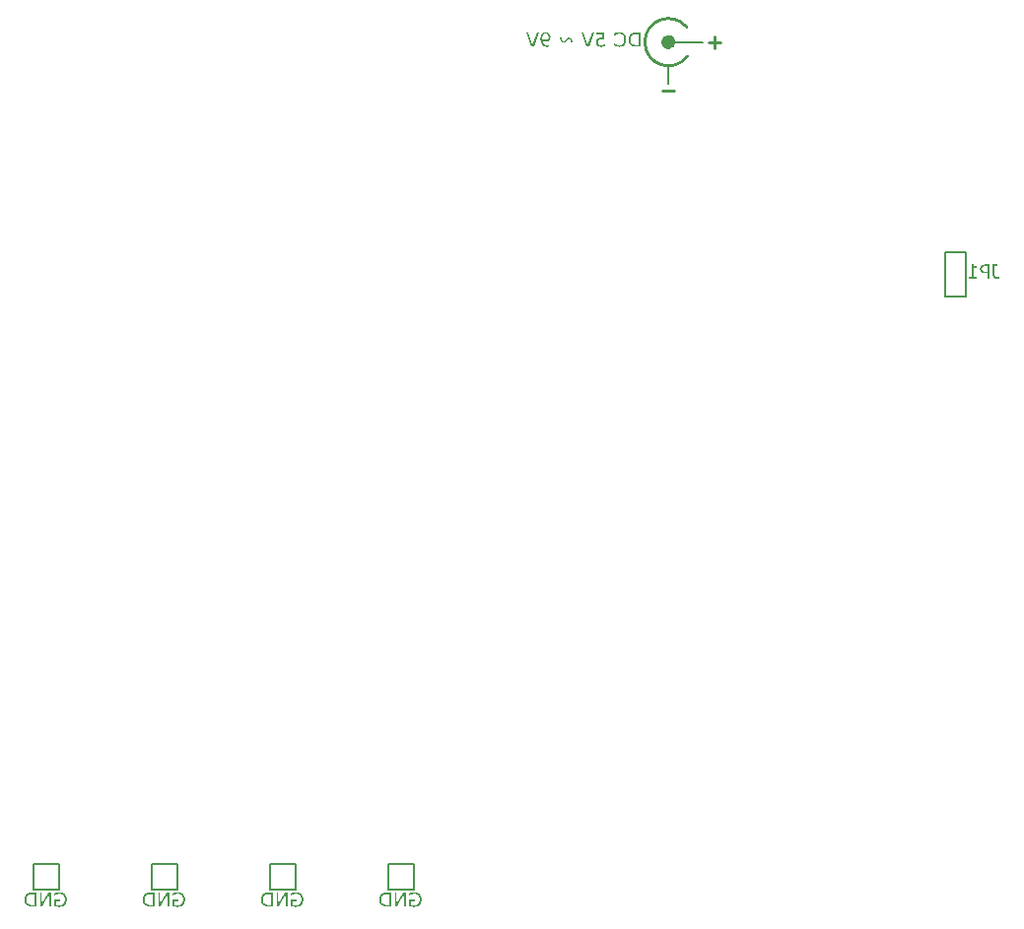
<source format=gbo>
%FSLAX25Y25*%
%MOIN*%
G70*
G01*
G75*
G04 Layer_Color=32896*
G04:AMPARAMS|DCode=10|XSize=78.74mil|YSize=177.16mil|CornerRadius=0mil|HoleSize=0mil|Usage=FLASHONLY|Rotation=45.000|XOffset=0mil|YOffset=0mil|HoleType=Round|Shape=Rectangle|*
%AMROTATEDRECTD10*
4,1,4,0.03480,-0.09048,-0.09048,0.03480,-0.03480,0.09048,0.09048,-0.03480,0.03480,-0.09048,0.0*
%
%ADD10ROTATEDRECTD10*%

%ADD11R,0.05500X0.04000*%
%ADD12O,0.06000X0.11024*%
%ADD13R,0.06000X0.11024*%
G04:AMPARAMS|DCode=14|XSize=74.8mil|YSize=129.92mil|CornerRadius=0mil|HoleSize=0mil|Usage=FLASHONLY|Rotation=0.000|XOffset=0mil|YOffset=0mil|HoleType=Round|Shape=Octagon|*
%AMOCTAGOND14*
4,1,8,-0.01870,0.06496,0.01870,0.06496,0.03740,0.04626,0.03740,-0.04626,0.01870,-0.06496,-0.01870,-0.06496,-0.03740,-0.04626,-0.03740,0.04626,-0.01870,0.06496,0.0*
%
%ADD14OCTAGOND14*%

%ADD15R,0.02756X0.07087*%
%ADD16R,0.02756X0.05315*%
%ADD17R,0.04000X0.05500*%
%ADD18R,0.06000X0.06000*%
%ADD19R,0.07500X0.10000*%
%ADD20R,0.03500X0.03000*%
%ADD21R,0.06000X0.10000*%
%ADD22R,0.10000X0.06000*%
%ADD23R,0.04725X0.13779*%
%ADD24R,0.04725X0.13779*%
%ADD25R,0.06299X0.01181*%
%ADD26R,0.01181X0.06299*%
%ADD27C,0.02500*%
%ADD28C,0.05000*%
%ADD29C,0.01200*%
%ADD30C,0.01000*%
%ADD31C,0.02000*%
%ADD32C,0.03000*%
%ADD33C,0.01500*%
%ADD34C,0.06000*%
%ADD35R,0.05906X0.05906*%
%ADD36C,0.05906*%
%ADD37C,0.06500*%
%ADD38O,0.07874X0.15748*%
%ADD39O,0.15748X0.07874*%
%ADD40O,0.16535X0.07874*%
%ADD41R,0.10236X0.10236*%
%ADD42C,0.10236*%
%ADD43R,0.09449X0.09449*%
%ADD44C,0.09449*%
%ADD45R,0.05906X0.05906*%
%ADD46C,0.08000*%
%ADD47C,0.02000*%
%ADD48R,0.05000X0.06000*%
%ADD49C,0.00800*%
%ADD50C,0.01600*%
%ADD51C,0.00100*%
%ADD52C,0.01969*%
%ADD53C,0.04000*%
%ADD54C,0.00787*%
%ADD55C,0.00600*%
%ADD56R,0.05000X0.00400*%
%ADD57R,0.00400X0.05000*%
G04:AMPARAMS|DCode=58|XSize=86.74mil|YSize=185.17mil|CornerRadius=0mil|HoleSize=0mil|Usage=FLASHONLY|Rotation=45.000|XOffset=0mil|YOffset=0mil|HoleType=Round|Shape=Rectangle|*
%AMROTATEDRECTD58*
4,1,4,0.03480,-0.09613,-0.09613,0.03480,-0.03480,0.09613,0.09613,-0.03480,0.03480,-0.09613,0.0*
%
%ADD58ROTATEDRECTD58*%

%ADD59R,0.06300X0.04800*%
%ADD60O,0.06800X0.11824*%
%ADD61R,0.06800X0.11824*%
G04:AMPARAMS|DCode=62|XSize=82.8mil|YSize=137.92mil|CornerRadius=0mil|HoleSize=0mil|Usage=FLASHONLY|Rotation=0.000|XOffset=0mil|YOffset=0mil|HoleType=Round|Shape=Octagon|*
%AMOCTAGOND62*
4,1,8,-0.02070,0.06896,0.02070,0.06896,0.04140,0.04826,0.04140,-0.04826,0.02070,-0.06896,-0.02070,-0.06896,-0.04140,-0.04826,-0.04140,0.04826,-0.02070,0.06896,0.0*
%
%ADD62OCTAGOND62*%

%ADD63R,0.03556X0.07887*%
%ADD64R,0.03556X0.06115*%
%ADD65R,0.04800X0.06300*%
%ADD66R,0.06800X0.06800*%
%ADD67R,0.08300X0.10800*%
%ADD68R,0.04300X0.03800*%
%ADD69R,0.06800X0.10800*%
%ADD70R,0.10800X0.06800*%
%ADD71R,0.05525X0.14579*%
%ADD72R,0.05525X0.14579*%
%ADD73R,0.07099X0.01981*%
%ADD74R,0.01981X0.07099*%
%ADD75C,0.06800*%
%ADD76R,0.06706X0.06706*%
%ADD77C,0.06706*%
%ADD78C,0.07300*%
%ADD79O,0.08674X0.16548*%
%ADD80O,0.16548X0.08674*%
%ADD81O,0.17335X0.08674*%
%ADD82R,0.11036X0.11036*%
%ADD83C,0.11036*%
%ADD84R,0.10249X0.10249*%
%ADD85C,0.10249*%
%ADD86R,0.06706X0.06706*%
%ADD87C,0.08800*%
%ADD88R,0.05800X0.06800*%
G36*
X139706Y-301131D02*
X139906Y-301153D01*
X140098Y-301183D01*
X140276Y-301227D01*
X140439Y-301279D01*
X140587Y-301331D01*
X140727Y-301397D01*
X140853Y-301456D01*
X140964Y-301516D01*
X141060Y-301575D01*
X141142Y-301634D01*
X141208Y-301686D01*
X141267Y-301730D01*
X141304Y-301760D01*
X141327Y-301782D01*
X141334Y-301789D01*
X141452Y-301923D01*
X141556Y-302056D01*
X141645Y-302204D01*
X141719Y-302352D01*
X141785Y-302507D01*
X141837Y-302655D01*
X141882Y-302803D01*
X141919Y-302944D01*
X141941Y-303077D01*
X141963Y-303203D01*
X141978Y-303314D01*
X141993Y-303410D01*
Y-303491D01*
X142000Y-303551D01*
Y-303588D01*
Y-303602D01*
X141993Y-303832D01*
X141970Y-304039D01*
X141941Y-304224D01*
X141911Y-304387D01*
X141896Y-304461D01*
X141882Y-304520D01*
X141867Y-304579D01*
X141852Y-304624D01*
X141837Y-304661D01*
X141830Y-304683D01*
X141822Y-304698D01*
Y-304705D01*
X141748Y-304875D01*
X141667Y-305023D01*
X141586Y-305156D01*
X141497Y-305267D01*
X141423Y-305356D01*
X141364Y-305423D01*
X141327Y-305467D01*
X141312Y-305475D01*
Y-305482D01*
X141186Y-305593D01*
X141053Y-305689D01*
X140920Y-305763D01*
X140794Y-305830D01*
X140683Y-305882D01*
X140594Y-305919D01*
X140564Y-305933D01*
X140542Y-305941D01*
X140527Y-305948D01*
X140520D01*
X140342Y-306000D01*
X140165Y-306037D01*
X139987Y-306059D01*
X139832Y-306074D01*
X139691Y-306089D01*
X139639D01*
X139588Y-306096D01*
X139491D01*
X139329Y-306089D01*
X139173Y-306074D01*
X139018Y-306052D01*
X138885Y-306030D01*
X138766Y-306007D01*
X138714Y-305993D01*
X138677Y-305985D01*
X138640Y-305978D01*
X138618Y-305970D01*
X138603Y-305963D01*
X138596D01*
X138426Y-305911D01*
X138263Y-305859D01*
X138122Y-305808D01*
X137989Y-305756D01*
X137886Y-305719D01*
X137804Y-305682D01*
X137775Y-305667D01*
X137752Y-305660D01*
X137745Y-305652D01*
X137738D01*
Y-303595D01*
X139647D01*
Y-304157D01*
X138367D01*
Y-305334D01*
X138552Y-305401D01*
X138640Y-305423D01*
X138729Y-305445D01*
X138803Y-305467D01*
X138862Y-305482D01*
X138899Y-305489D01*
X138914D01*
X139136Y-305526D01*
X139240Y-305534D01*
X139336Y-305541D01*
X139417Y-305549D01*
X139528D01*
X139684Y-305541D01*
X139824Y-305526D01*
X139958Y-305504D01*
X140091Y-305467D01*
X140209Y-305430D01*
X140313Y-305386D01*
X140416Y-305341D01*
X140505Y-305290D01*
X140587Y-305245D01*
X140653Y-305201D01*
X140712Y-305156D01*
X140764Y-305119D01*
X140801Y-305082D01*
X140831Y-305060D01*
X140846Y-305045D01*
X140853Y-305038D01*
X140942Y-304934D01*
X141016Y-304823D01*
X141082Y-304712D01*
X141134Y-304594D01*
X141186Y-304468D01*
X141223Y-304350D01*
X141282Y-304120D01*
X141297Y-304009D01*
X141312Y-303913D01*
X141327Y-303817D01*
X141334Y-303743D01*
X141341Y-303676D01*
Y-303632D01*
Y-303595D01*
Y-303588D01*
X141334Y-303425D01*
X141319Y-303277D01*
X141297Y-303129D01*
X141267Y-302996D01*
X141230Y-302870D01*
X141193Y-302759D01*
X141149Y-302655D01*
X141105Y-302559D01*
X141068Y-302470D01*
X141023Y-302396D01*
X140986Y-302337D01*
X140949Y-302285D01*
X140920Y-302241D01*
X140897Y-302211D01*
X140883Y-302196D01*
X140875Y-302189D01*
X140786Y-302100D01*
X140683Y-302019D01*
X140587Y-301952D01*
X140483Y-301886D01*
X140372Y-301841D01*
X140268Y-301797D01*
X140165Y-301760D01*
X140061Y-301738D01*
X139972Y-301715D01*
X139884Y-301701D01*
X139802Y-301686D01*
X139736Y-301678D01*
X139676Y-301671D01*
X139469D01*
X139351Y-301678D01*
X139247Y-301693D01*
X139151Y-301701D01*
X139077Y-301715D01*
X139018Y-301730D01*
X138981Y-301738D01*
X138966D01*
X138862Y-301760D01*
X138766Y-301789D01*
X138685Y-301819D01*
X138611Y-301841D01*
X138544Y-301863D01*
X138500Y-301886D01*
X138470Y-301893D01*
X138463Y-301900D01*
X138330Y-301974D01*
X138263Y-302004D01*
X138211Y-302041D01*
X138159Y-302071D01*
X138122Y-302093D01*
X138100Y-302108D01*
X138093Y-302115D01*
X138026Y-302159D01*
X137967Y-302196D01*
X137915Y-302226D01*
X137871Y-302256D01*
X137841Y-302278D01*
X137819Y-302293D01*
X137804Y-302307D01*
X137738D01*
Y-301560D01*
X137923Y-301479D01*
X138093Y-301405D01*
X138248Y-301353D01*
X138389Y-301301D01*
X138500Y-301271D01*
X138544Y-301257D01*
X138589Y-301242D01*
X138618Y-301234D01*
X138640D01*
X138655Y-301227D01*
X138663D01*
X138818Y-301190D01*
X138973Y-301168D01*
X139107Y-301146D01*
X139232Y-301138D01*
X139343Y-301131D01*
X139417Y-301123D01*
X139491D01*
X139706Y-301131D01*
D02*
G37*
G36*
X131707Y-306000D02*
X130500D01*
X130264Y-305993D01*
X130056Y-305985D01*
X129879Y-305970D01*
X129797Y-305963D01*
X129723Y-305956D01*
X129657Y-305948D01*
X129605Y-305941D01*
X129553Y-305933D01*
X129516Y-305926D01*
X129487Y-305919D01*
X129457Y-305911D01*
X129442D01*
X129294Y-305874D01*
X129154Y-305830D01*
X129028Y-305778D01*
X128924Y-305734D01*
X128835Y-305689D01*
X128769Y-305652D01*
X128724Y-305630D01*
X128710Y-305623D01*
X128539Y-305504D01*
X128391Y-305371D01*
X128266Y-305230D01*
X128155Y-305097D01*
X128066Y-304986D01*
X128036Y-304934D01*
X128007Y-304890D01*
X127984Y-304853D01*
X127970Y-304823D01*
X127955Y-304809D01*
Y-304801D01*
X127859Y-304594D01*
X127785Y-304394D01*
X127733Y-304194D01*
X127703Y-304009D01*
X127688Y-303928D01*
X127681Y-303854D01*
X127674Y-303787D01*
Y-303728D01*
X127666Y-303684D01*
Y-303647D01*
Y-303625D01*
Y-303617D01*
X127681Y-303366D01*
X127711Y-303136D01*
X127755Y-302929D01*
X127777Y-302840D01*
X127799Y-302759D01*
X127829Y-302677D01*
X127851Y-302611D01*
X127873Y-302559D01*
X127896Y-302507D01*
X127918Y-302470D01*
X127925Y-302441D01*
X127940Y-302426D01*
Y-302418D01*
X128051Y-302233D01*
X128177Y-302078D01*
X128303Y-301937D01*
X128421Y-301819D01*
X128532Y-301730D01*
X128621Y-301656D01*
X128658Y-301634D01*
X128680Y-301619D01*
X128695Y-301604D01*
X128702D01*
X128813Y-301538D01*
X128932Y-301486D01*
X129050Y-301434D01*
X129161Y-301397D01*
X129257Y-301368D01*
X129339Y-301345D01*
X129368Y-301331D01*
X129383D01*
X129398Y-301323D01*
X129405D01*
X129568Y-301286D01*
X129753Y-301264D01*
X129938Y-301242D01*
X130116Y-301234D01*
X130197Y-301227D01*
X130271D01*
X130338Y-301220D01*
X131707D01*
Y-306000D01*
D02*
G37*
G36*
X283857Y-12684D02*
X283709Y-12654D01*
X283635Y-12647D01*
X283568Y-12632D01*
X283501Y-12625D01*
X283457Y-12617D01*
X283427Y-12610D01*
X283413D01*
X283213Y-12580D01*
X283124Y-12573D01*
X283035D01*
X282969Y-12565D01*
X282754D01*
X282658Y-12573D01*
X282569Y-12580D01*
X282488Y-12588D01*
X282421Y-12602D01*
X282377Y-12610D01*
X282340Y-12617D01*
X282332D01*
X282243Y-12639D01*
X282162Y-12669D01*
X282095Y-12691D01*
X282036Y-12721D01*
X281992Y-12750D01*
X281955Y-12765D01*
X281933Y-12780D01*
X281925Y-12787D01*
X281822Y-12876D01*
X281748Y-12965D01*
X281725Y-13002D01*
X281703Y-13032D01*
X281688Y-13054D01*
Y-13061D01*
X281659Y-13128D01*
X281637Y-13202D01*
X281622Y-13268D01*
X281607Y-13335D01*
Y-13394D01*
X281600Y-13439D01*
Y-13468D01*
Y-13483D01*
Y-13572D01*
X281614Y-13661D01*
X281622Y-13735D01*
X281637Y-13801D01*
X281651Y-13853D01*
X281659Y-13890D01*
X281674Y-13920D01*
Y-13927D01*
X281740Y-14060D01*
X281777Y-14112D01*
X281807Y-14164D01*
X281836Y-14201D01*
X281866Y-14230D01*
X281881Y-14245D01*
X281888Y-14253D01*
X281955Y-14312D01*
X282021Y-14356D01*
X282088Y-14393D01*
X282147Y-14430D01*
X282199Y-14452D01*
X282236Y-14467D01*
X282266Y-14482D01*
X282273D01*
X282428Y-14519D01*
X282502Y-14526D01*
X282569Y-14534D01*
X282628Y-14541D01*
X282710D01*
X282835Y-14534D01*
X282961Y-14526D01*
X283080Y-14504D01*
X283183Y-14482D01*
X283272Y-14467D01*
X283346Y-14445D01*
X283390Y-14438D01*
X283398Y-14430D01*
X283405D01*
X283531Y-14386D01*
X283649Y-14334D01*
X283753Y-14290D01*
X283842Y-14238D01*
X283916Y-14201D01*
X283975Y-14171D01*
X284005Y-14149D01*
X284019Y-14142D01*
X284064D01*
Y-14822D01*
X283968Y-14859D01*
X283864Y-14896D01*
X283768Y-14933D01*
X283672Y-14963D01*
X283583Y-14985D01*
X283516Y-15000D01*
X283472Y-15007D01*
X283464Y-15015D01*
X283457D01*
X283324Y-15044D01*
X283183Y-15059D01*
X283057Y-15074D01*
X282946Y-15089D01*
X282843D01*
X282769Y-15096D01*
X282702D01*
X282547Y-15089D01*
X282406Y-15074D01*
X282280Y-15059D01*
X282177Y-15037D01*
X282088Y-15015D01*
X282021Y-14993D01*
X281977Y-14985D01*
X281962Y-14978D01*
X281844Y-14926D01*
X281740Y-14874D01*
X281644Y-14815D01*
X281563Y-14763D01*
X281496Y-14711D01*
X281444Y-14674D01*
X281415Y-14645D01*
X281407Y-14637D01*
X281333Y-14556D01*
X281267Y-14467D01*
X281207Y-14378D01*
X281163Y-14297D01*
X281126Y-14223D01*
X281096Y-14171D01*
X281082Y-14134D01*
X281074Y-14119D01*
X281030Y-14008D01*
X281000Y-13890D01*
X280978Y-13786D01*
X280963Y-13690D01*
X280956Y-13601D01*
X280948Y-13542D01*
Y-13498D01*
Y-13483D01*
X280956Y-13335D01*
X280971Y-13194D01*
X280993Y-13076D01*
X281022Y-12980D01*
X281052Y-12898D01*
X281074Y-12839D01*
X281089Y-12802D01*
X281096Y-12787D01*
X281156Y-12684D01*
X281215Y-12595D01*
X281281Y-12521D01*
X281348Y-12454D01*
X281407Y-12403D01*
X281452Y-12358D01*
X281481Y-12336D01*
X281496Y-12329D01*
X281592Y-12269D01*
X281681Y-12218D01*
X281777Y-12181D01*
X281859Y-12144D01*
X281933Y-12121D01*
X281984Y-12107D01*
X282021Y-12092D01*
X282036D01*
X282147Y-12070D01*
X282266Y-12055D01*
X282377Y-12040D01*
X282480Y-12033D01*
X282569Y-12025D01*
X282880D01*
X282917Y-12033D01*
X282969D01*
X283072Y-12040D01*
X283161Y-12047D01*
X283191D01*
X283220Y-12055D01*
X283242D01*
Y-10782D01*
X280978D01*
Y-10220D01*
X283857D01*
Y-12684D01*
D02*
G37*
G36*
X99706Y-301131D02*
X99906Y-301153D01*
X100098Y-301183D01*
X100276Y-301227D01*
X100439Y-301279D01*
X100587Y-301331D01*
X100727Y-301397D01*
X100853Y-301456D01*
X100964Y-301516D01*
X101060Y-301575D01*
X101142Y-301634D01*
X101208Y-301686D01*
X101267Y-301730D01*
X101304Y-301760D01*
X101327Y-301782D01*
X101334Y-301789D01*
X101452Y-301923D01*
X101556Y-302056D01*
X101645Y-302204D01*
X101719Y-302352D01*
X101785Y-302507D01*
X101837Y-302655D01*
X101882Y-302803D01*
X101919Y-302944D01*
X101941Y-303077D01*
X101963Y-303203D01*
X101978Y-303314D01*
X101993Y-303410D01*
Y-303491D01*
X102000Y-303551D01*
Y-303588D01*
Y-303602D01*
X101993Y-303832D01*
X101970Y-304039D01*
X101941Y-304224D01*
X101911Y-304387D01*
X101896Y-304461D01*
X101882Y-304520D01*
X101867Y-304579D01*
X101852Y-304624D01*
X101837Y-304661D01*
X101830Y-304683D01*
X101822Y-304698D01*
Y-304705D01*
X101748Y-304875D01*
X101667Y-305023D01*
X101586Y-305156D01*
X101497Y-305267D01*
X101423Y-305356D01*
X101364Y-305423D01*
X101327Y-305467D01*
X101312Y-305475D01*
Y-305482D01*
X101186Y-305593D01*
X101053Y-305689D01*
X100920Y-305763D01*
X100794Y-305830D01*
X100683Y-305882D01*
X100594Y-305919D01*
X100564Y-305933D01*
X100542Y-305941D01*
X100527Y-305948D01*
X100520D01*
X100342Y-306000D01*
X100165Y-306037D01*
X99987Y-306059D01*
X99832Y-306074D01*
X99691Y-306089D01*
X99639D01*
X99588Y-306096D01*
X99491D01*
X99329Y-306089D01*
X99173Y-306074D01*
X99018Y-306052D01*
X98885Y-306030D01*
X98766Y-306007D01*
X98714Y-305993D01*
X98677Y-305985D01*
X98640Y-305978D01*
X98618Y-305970D01*
X98603Y-305963D01*
X98596D01*
X98426Y-305911D01*
X98263Y-305859D01*
X98122Y-305808D01*
X97989Y-305756D01*
X97886Y-305719D01*
X97804Y-305682D01*
X97775Y-305667D01*
X97752Y-305660D01*
X97745Y-305652D01*
X97738D01*
Y-303595D01*
X99647D01*
Y-304157D01*
X98367D01*
Y-305334D01*
X98552Y-305401D01*
X98640Y-305423D01*
X98729Y-305445D01*
X98803Y-305467D01*
X98862Y-305482D01*
X98899Y-305489D01*
X98914D01*
X99136Y-305526D01*
X99240Y-305534D01*
X99336Y-305541D01*
X99417Y-305549D01*
X99528D01*
X99684Y-305541D01*
X99824Y-305526D01*
X99958Y-305504D01*
X100091Y-305467D01*
X100209Y-305430D01*
X100313Y-305386D01*
X100416Y-305341D01*
X100505Y-305290D01*
X100587Y-305245D01*
X100653Y-305201D01*
X100712Y-305156D01*
X100764Y-305119D01*
X100801Y-305082D01*
X100831Y-305060D01*
X100846Y-305045D01*
X100853Y-305038D01*
X100942Y-304934D01*
X101016Y-304823D01*
X101082Y-304712D01*
X101134Y-304594D01*
X101186Y-304468D01*
X101223Y-304350D01*
X101282Y-304120D01*
X101297Y-304009D01*
X101312Y-303913D01*
X101327Y-303817D01*
X101334Y-303743D01*
X101341Y-303676D01*
Y-303632D01*
Y-303595D01*
Y-303588D01*
X101334Y-303425D01*
X101319Y-303277D01*
X101297Y-303129D01*
X101267Y-302996D01*
X101230Y-302870D01*
X101193Y-302759D01*
X101149Y-302655D01*
X101105Y-302559D01*
X101068Y-302470D01*
X101023Y-302396D01*
X100986Y-302337D01*
X100949Y-302285D01*
X100920Y-302241D01*
X100897Y-302211D01*
X100883Y-302196D01*
X100875Y-302189D01*
X100786Y-302100D01*
X100683Y-302019D01*
X100587Y-301952D01*
X100483Y-301886D01*
X100372Y-301841D01*
X100268Y-301797D01*
X100165Y-301760D01*
X100061Y-301738D01*
X99972Y-301715D01*
X99884Y-301701D01*
X99802Y-301686D01*
X99736Y-301678D01*
X99676Y-301671D01*
X99469D01*
X99351Y-301678D01*
X99247Y-301693D01*
X99151Y-301701D01*
X99077Y-301715D01*
X99018Y-301730D01*
X98981Y-301738D01*
X98966D01*
X98862Y-301760D01*
X98766Y-301789D01*
X98685Y-301819D01*
X98611Y-301841D01*
X98544Y-301863D01*
X98500Y-301886D01*
X98470Y-301893D01*
X98463Y-301900D01*
X98330Y-301974D01*
X98263Y-302004D01*
X98211Y-302041D01*
X98159Y-302071D01*
X98122Y-302093D01*
X98100Y-302108D01*
X98093Y-302115D01*
X98026Y-302159D01*
X97967Y-302196D01*
X97915Y-302226D01*
X97871Y-302256D01*
X97841Y-302278D01*
X97819Y-302293D01*
X97804Y-302307D01*
X97738D01*
Y-301560D01*
X97923Y-301479D01*
X98093Y-301405D01*
X98248Y-301353D01*
X98389Y-301301D01*
X98500Y-301271D01*
X98544Y-301257D01*
X98589Y-301242D01*
X98618Y-301234D01*
X98640D01*
X98655Y-301227D01*
X98663D01*
X98818Y-301190D01*
X98973Y-301168D01*
X99107Y-301146D01*
X99232Y-301138D01*
X99343Y-301131D01*
X99417Y-301123D01*
X99491D01*
X99706Y-301131D01*
D02*
G37*
G36*
X91707Y-306000D02*
X90500D01*
X90264Y-305993D01*
X90056Y-305985D01*
X89879Y-305970D01*
X89797Y-305963D01*
X89723Y-305956D01*
X89657Y-305948D01*
X89605Y-305941D01*
X89553Y-305933D01*
X89516Y-305926D01*
X89487Y-305919D01*
X89457Y-305911D01*
X89442D01*
X89294Y-305874D01*
X89154Y-305830D01*
X89028Y-305778D01*
X88924Y-305734D01*
X88835Y-305689D01*
X88769Y-305652D01*
X88724Y-305630D01*
X88710Y-305623D01*
X88539Y-305504D01*
X88391Y-305371D01*
X88266Y-305230D01*
X88155Y-305097D01*
X88066Y-304986D01*
X88036Y-304934D01*
X88007Y-304890D01*
X87984Y-304853D01*
X87970Y-304823D01*
X87955Y-304809D01*
Y-304801D01*
X87859Y-304594D01*
X87785Y-304394D01*
X87733Y-304194D01*
X87703Y-304009D01*
X87688Y-303928D01*
X87681Y-303854D01*
X87674Y-303787D01*
Y-303728D01*
X87666Y-303684D01*
Y-303647D01*
Y-303625D01*
Y-303617D01*
X87681Y-303366D01*
X87711Y-303136D01*
X87755Y-302929D01*
X87777Y-302840D01*
X87799Y-302759D01*
X87829Y-302677D01*
X87851Y-302611D01*
X87873Y-302559D01*
X87896Y-302507D01*
X87918Y-302470D01*
X87925Y-302441D01*
X87940Y-302426D01*
Y-302418D01*
X88051Y-302233D01*
X88177Y-302078D01*
X88303Y-301937D01*
X88421Y-301819D01*
X88532Y-301730D01*
X88621Y-301656D01*
X88658Y-301634D01*
X88680Y-301619D01*
X88695Y-301604D01*
X88702D01*
X88813Y-301538D01*
X88932Y-301486D01*
X89050Y-301434D01*
X89161Y-301397D01*
X89257Y-301368D01*
X89339Y-301345D01*
X89368Y-301331D01*
X89383D01*
X89398Y-301323D01*
X89405D01*
X89568Y-301286D01*
X89753Y-301264D01*
X89938Y-301242D01*
X90116Y-301234D01*
X90197Y-301227D01*
X90271D01*
X90338Y-301220D01*
X91707D01*
Y-306000D01*
D02*
G37*
G36*
X136628D02*
X136036D01*
Y-301730D01*
X133771Y-306000D01*
X132979D01*
Y-301220D01*
X133571D01*
Y-305127D01*
X135643Y-301220D01*
X136628D01*
Y-306000D01*
D02*
G37*
G36*
X259962Y-15000D02*
X259111D01*
X257365Y-10220D01*
X258016D01*
X259518Y-14438D01*
X261028Y-10220D01*
X261701D01*
X259962Y-15000D01*
D02*
G37*
G36*
X289059Y-10131D02*
X289236Y-10153D01*
X289399Y-10175D01*
X289547Y-10205D01*
X289666Y-10242D01*
X289710Y-10257D01*
X289754Y-10264D01*
X289784Y-10279D01*
X289806Y-10286D01*
X289821Y-10294D01*
X289828D01*
X289984Y-10360D01*
X290124Y-10434D01*
X290250Y-10516D01*
X290354Y-10590D01*
X290443Y-10664D01*
X290509Y-10715D01*
X290546Y-10752D01*
X290561Y-10767D01*
X290672Y-10893D01*
X290768Y-11026D01*
X290850Y-11159D01*
X290916Y-11285D01*
X290968Y-11396D01*
X291012Y-11478D01*
X291027Y-11515D01*
X291035Y-11537D01*
X291042Y-11552D01*
Y-11559D01*
X291094Y-11737D01*
X291138Y-11922D01*
X291168Y-12099D01*
X291183Y-12262D01*
X291190Y-12336D01*
X291197Y-12403D01*
Y-12462D01*
X291205Y-12514D01*
Y-12558D01*
Y-12588D01*
Y-12610D01*
Y-12617D01*
X291197Y-12839D01*
X291175Y-13054D01*
X291153Y-13239D01*
X291116Y-13394D01*
X291101Y-13468D01*
X291086Y-13527D01*
X291072Y-13587D01*
X291064Y-13631D01*
X291049Y-13668D01*
X291042Y-13690D01*
X291035Y-13705D01*
Y-13712D01*
X290968Y-13883D01*
X290887Y-14031D01*
X290805Y-14164D01*
X290731Y-14275D01*
X290657Y-14364D01*
X290605Y-14430D01*
X290568Y-14475D01*
X290554Y-14489D01*
X290428Y-14600D01*
X290302Y-14689D01*
X290176Y-14771D01*
X290065Y-14837D01*
X289962Y-14882D01*
X289888Y-14919D01*
X289858Y-14933D01*
X289836Y-14941D01*
X289821Y-14948D01*
X289814D01*
X289651Y-14993D01*
X289481Y-15030D01*
X289325Y-15052D01*
X289177Y-15074D01*
X289051Y-15081D01*
X289000D01*
X288955Y-15089D01*
X288763D01*
X288674Y-15081D01*
X288585Y-15074D01*
X288511Y-15067D01*
X288452Y-15059D01*
X288400Y-15052D01*
X288371Y-15044D01*
X288363D01*
X288200Y-15007D01*
X288126Y-14993D01*
X288060Y-14978D01*
X288008Y-14963D01*
X287971Y-14956D01*
X287941Y-14948D01*
X287934D01*
X287853Y-14919D01*
X287779Y-14896D01*
X287719Y-14874D01*
X287660Y-14852D01*
X287623Y-14830D01*
X287586Y-14822D01*
X287571Y-14808D01*
X287564D01*
X287453Y-14756D01*
X287342Y-14704D01*
X287305Y-14689D01*
X287268Y-14674D01*
X287246Y-14660D01*
X287238D01*
Y-13912D01*
X287290D01*
X287423Y-14023D01*
X287557Y-14119D01*
X287682Y-14201D01*
X287801Y-14267D01*
X287897Y-14319D01*
X287978Y-14356D01*
X288008Y-14371D01*
X288030Y-14378D01*
X288038Y-14386D01*
X288045D01*
X288193Y-14438D01*
X288348Y-14475D01*
X288489Y-14504D01*
X288622Y-14519D01*
X288741Y-14534D01*
X288785D01*
X288822Y-14541D01*
X288903D01*
X289029Y-14534D01*
X289140Y-14526D01*
X289251Y-14504D01*
X289347Y-14482D01*
X289429Y-14467D01*
X289488Y-14445D01*
X289525Y-14438D01*
X289540Y-14430D01*
X289643Y-14386D01*
X289747Y-14327D01*
X289836Y-14267D01*
X289910Y-14208D01*
X289969Y-14156D01*
X290021Y-14112D01*
X290050Y-14082D01*
X290058Y-14075D01*
X290139Y-13986D01*
X290206Y-13890D01*
X290265Y-13794D01*
X290317Y-13698D01*
X290361Y-13616D01*
X290391Y-13550D01*
X290406Y-13505D01*
X290413Y-13498D01*
Y-13490D01*
X290457Y-13350D01*
X290487Y-13194D01*
X290517Y-13054D01*
X290531Y-12913D01*
X290539Y-12795D01*
Y-12743D01*
X290546Y-12699D01*
Y-12669D01*
Y-12639D01*
Y-12625D01*
Y-12617D01*
X290539Y-12440D01*
X290524Y-12284D01*
X290509Y-12136D01*
X290487Y-12010D01*
X290465Y-11907D01*
X290443Y-11833D01*
X290435Y-11803D01*
Y-11781D01*
X290428Y-11774D01*
Y-11766D01*
X290376Y-11633D01*
X290317Y-11515D01*
X290265Y-11411D01*
X290206Y-11322D01*
X290154Y-11256D01*
X290117Y-11204D01*
X290087Y-11167D01*
X290080Y-11159D01*
X289991Y-11071D01*
X289902Y-10997D01*
X289814Y-10930D01*
X289732Y-10878D01*
X289666Y-10841D01*
X289614Y-10812D01*
X289577Y-10797D01*
X289562Y-10789D01*
X289451Y-10752D01*
X289340Y-10723D01*
X289229Y-10701D01*
X289125Y-10686D01*
X289044Y-10678D01*
X288970Y-10671D01*
X288911D01*
X288748Y-10678D01*
X288593Y-10693D01*
X288452Y-10723D01*
X288326Y-10745D01*
X288223Y-10775D01*
X288141Y-10804D01*
X288112Y-10812D01*
X288089Y-10819D01*
X288082Y-10826D01*
X288075D01*
X287927Y-10886D01*
X287786Y-10960D01*
X287653Y-11041D01*
X287534Y-11115D01*
X287438Y-11189D01*
X287357Y-11248D01*
X287327Y-11270D01*
X287305Y-11285D01*
X287298Y-11293D01*
X287290Y-11300D01*
X287238D01*
Y-10545D01*
X287409Y-10464D01*
X287571Y-10397D01*
X287719Y-10338D01*
X287845Y-10294D01*
X287949Y-10264D01*
X288030Y-10234D01*
X288060Y-10227D01*
X288082D01*
X288089Y-10220D01*
X288097D01*
X288237Y-10190D01*
X288378Y-10160D01*
X288511Y-10146D01*
X288622Y-10138D01*
X288726Y-10131D01*
X288800Y-10123D01*
X288866D01*
X289059Y-10131D01*
D02*
G37*
G36*
X296000Y-15000D02*
X294794D01*
X294557Y-14993D01*
X294350Y-14985D01*
X294172Y-14970D01*
X294091Y-14963D01*
X294017Y-14956D01*
X293950Y-14948D01*
X293898Y-14941D01*
X293847Y-14933D01*
X293810Y-14926D01*
X293780Y-14919D01*
X293750Y-14911D01*
X293736D01*
X293588Y-14874D01*
X293447Y-14830D01*
X293321Y-14778D01*
X293218Y-14734D01*
X293129Y-14689D01*
X293062Y-14652D01*
X293018Y-14630D01*
X293003Y-14623D01*
X292833Y-14504D01*
X292685Y-14371D01*
X292559Y-14230D01*
X292448Y-14097D01*
X292359Y-13986D01*
X292330Y-13934D01*
X292300Y-13890D01*
X292278Y-13853D01*
X292263Y-13823D01*
X292248Y-13809D01*
Y-13801D01*
X292152Y-13594D01*
X292078Y-13394D01*
X292026Y-13194D01*
X291997Y-13009D01*
X291982Y-12928D01*
X291974Y-12854D01*
X291967Y-12787D01*
Y-12728D01*
X291960Y-12684D01*
Y-12647D01*
Y-12625D01*
Y-12617D01*
X291974Y-12366D01*
X292004Y-12136D01*
X292048Y-11929D01*
X292071Y-11840D01*
X292093Y-11759D01*
X292122Y-11677D01*
X292145Y-11611D01*
X292167Y-11559D01*
X292189Y-11507D01*
X292211Y-11470D01*
X292219Y-11441D01*
X292233Y-11426D01*
Y-11418D01*
X292344Y-11233D01*
X292470Y-11078D01*
X292596Y-10937D01*
X292714Y-10819D01*
X292825Y-10730D01*
X292914Y-10656D01*
X292951Y-10634D01*
X292973Y-10619D01*
X292988Y-10604D01*
X292996D01*
X293107Y-10538D01*
X293225Y-10486D01*
X293343Y-10434D01*
X293454Y-10397D01*
X293551Y-10368D01*
X293632Y-10345D01*
X293662Y-10331D01*
X293676D01*
X293691Y-10323D01*
X293699D01*
X293861Y-10286D01*
X294046Y-10264D01*
X294231Y-10242D01*
X294409Y-10234D01*
X294490Y-10227D01*
X294564D01*
X294631Y-10220D01*
X296000D01*
Y-15000D01*
D02*
G37*
G36*
X272009Y-12033D02*
X272113Y-12047D01*
X272202Y-12070D01*
X272283Y-12099D01*
X272342Y-12129D01*
X272394Y-12151D01*
X272424Y-12166D01*
X272431Y-12173D01*
X272512Y-12232D01*
X272579Y-12299D01*
X272646Y-12358D01*
X272697Y-12417D01*
X272734Y-12477D01*
X272771Y-12521D01*
X272786Y-12551D01*
X272794Y-12558D01*
X272882Y-12750D01*
X272919Y-12847D01*
X272949Y-12928D01*
X272971Y-13002D01*
X272986Y-13061D01*
X273001Y-13098D01*
Y-13113D01*
X273038Y-13335D01*
X273053Y-13446D01*
X273060Y-13535D01*
Y-13616D01*
X273067Y-13683D01*
Y-13720D01*
Y-13727D01*
Y-13735D01*
X272535D01*
X272527Y-13624D01*
X272520Y-13513D01*
X272512Y-13416D01*
X272498Y-13328D01*
X272483Y-13246D01*
X272468Y-13172D01*
X272453Y-13106D01*
X272431Y-13046D01*
X272401Y-12943D01*
X272372Y-12876D01*
X272357Y-12839D01*
X272350Y-12824D01*
X272283Y-12728D01*
X272209Y-12654D01*
X272128Y-12602D01*
X272054Y-12573D01*
X271987Y-12551D01*
X271935Y-12543D01*
X271898Y-12536D01*
X271883D01*
X271824Y-12543D01*
X271772Y-12551D01*
X271676Y-12588D01*
X271632Y-12610D01*
X271602Y-12625D01*
X271587Y-12632D01*
X271580Y-12639D01*
X271513Y-12691D01*
X271439Y-12765D01*
X271365Y-12847D01*
X271284Y-12935D01*
X271210Y-13017D01*
X271151Y-13083D01*
X271129Y-13113D01*
X271114Y-13135D01*
X271099Y-13143D01*
Y-13150D01*
X271003Y-13261D01*
X270907Y-13357D01*
X270825Y-13439D01*
X270744Y-13498D01*
X270685Y-13542D01*
X270640Y-13579D01*
X270603Y-13594D01*
X270596Y-13601D01*
X270507Y-13646D01*
X270411Y-13675D01*
X270322Y-13698D01*
X270241Y-13712D01*
X270167Y-13720D01*
X270115Y-13727D01*
X270063D01*
X269945Y-13720D01*
X269841Y-13705D01*
X269752Y-13683D01*
X269671Y-13653D01*
X269612Y-13631D01*
X269567Y-13609D01*
X269538Y-13594D01*
X269530Y-13587D01*
X269456Y-13527D01*
X269390Y-13468D01*
X269323Y-13402D01*
X269271Y-13342D01*
X269234Y-13283D01*
X269205Y-13239D01*
X269182Y-13209D01*
X269175Y-13202D01*
X269123Y-13106D01*
X269079Y-13009D01*
X269042Y-12921D01*
X269012Y-12839D01*
X268990Y-12765D01*
X268975Y-12706D01*
X268960Y-12669D01*
Y-12654D01*
X268923Y-12425D01*
X268909Y-12321D01*
X268901Y-12225D01*
X268894Y-12144D01*
X268886Y-12077D01*
Y-12040D01*
Y-12025D01*
X269419D01*
X269434Y-12218D01*
X269449Y-12395D01*
X269478Y-12543D01*
X269508Y-12669D01*
X269538Y-12765D01*
X269567Y-12839D01*
X269582Y-12884D01*
X269589Y-12891D01*
Y-12898D01*
X269619Y-12958D01*
X269656Y-13002D01*
X269730Y-13083D01*
X269811Y-13135D01*
X269893Y-13180D01*
X269967Y-13202D01*
X270026Y-13209D01*
X270063Y-13217D01*
X270078D01*
X270144Y-13209D01*
X270211Y-13194D01*
X270278Y-13172D01*
X270329Y-13143D01*
X270374Y-13120D01*
X270403Y-13098D01*
X270426Y-13083D01*
X270433Y-13076D01*
X270500Y-13017D01*
X270566Y-12943D01*
X270640Y-12861D01*
X270707Y-12787D01*
X270766Y-12721D01*
X270810Y-12662D01*
X270840Y-12625D01*
X270855Y-12610D01*
X270958Y-12491D01*
X271047Y-12395D01*
X271136Y-12321D01*
X271210Y-12255D01*
X271277Y-12210D01*
X271321Y-12173D01*
X271358Y-12158D01*
X271365Y-12151D01*
X271454Y-12107D01*
X271550Y-12077D01*
X271639Y-12055D01*
X271721Y-12040D01*
X271795Y-12033D01*
X271846Y-12025D01*
X271898D01*
X272009Y-12033D01*
D02*
G37*
G36*
X264076Y-10131D02*
X264195Y-10146D01*
X264313Y-10168D01*
X264424Y-10197D01*
X264624Y-10271D01*
X264713Y-10316D01*
X264794Y-10353D01*
X264868Y-10397D01*
X264927Y-10442D01*
X264987Y-10479D01*
X265031Y-10516D01*
X265068Y-10545D01*
X265098Y-10567D01*
X265112Y-10582D01*
X265120Y-10590D01*
X265201Y-10678D01*
X265275Y-10775D01*
X265342Y-10871D01*
X265401Y-10967D01*
X265445Y-11071D01*
X265482Y-11167D01*
X265542Y-11352D01*
X265564Y-11441D01*
X265579Y-11522D01*
X265586Y-11589D01*
X265593Y-11655D01*
X265601Y-11707D01*
Y-11744D01*
Y-11766D01*
Y-11774D01*
X265593Y-11929D01*
X265579Y-12062D01*
X265556Y-12188D01*
X265527Y-12292D01*
X265505Y-12380D01*
X265482Y-12447D01*
X265468Y-12484D01*
X265460Y-12499D01*
X265401Y-12610D01*
X265334Y-12706D01*
X265268Y-12787D01*
X265194Y-12861D01*
X265135Y-12921D01*
X265083Y-12958D01*
X265053Y-12987D01*
X265038Y-12995D01*
X264950Y-13054D01*
X264861Y-13106D01*
X264779Y-13143D01*
X264705Y-13172D01*
X264646Y-13194D01*
X264594Y-13209D01*
X264565Y-13224D01*
X264557D01*
X264372Y-13254D01*
X264284Y-13261D01*
X264202Y-13268D01*
X264128Y-13276D01*
X263914D01*
X263803Y-13261D01*
X263706Y-13254D01*
X263625Y-13239D01*
X263551Y-13224D01*
X263499Y-13217D01*
X263470Y-13202D01*
X263455D01*
X263351Y-13172D01*
X263255Y-13128D01*
X263159Y-13083D01*
X263070Y-13046D01*
X263003Y-13002D01*
X262944Y-12972D01*
X262907Y-12950D01*
X262892Y-12943D01*
X262907Y-13076D01*
X262929Y-13209D01*
X262959Y-13328D01*
X262989Y-13439D01*
X263026Y-13550D01*
X263063Y-13646D01*
X263107Y-13735D01*
X263144Y-13809D01*
X263188Y-13883D01*
X263225Y-13942D01*
X263262Y-13994D01*
X263292Y-14038D01*
X263322Y-14075D01*
X263344Y-14097D01*
X263351Y-14112D01*
X263359Y-14119D01*
X263440Y-14193D01*
X263521Y-14260D01*
X263610Y-14312D01*
X263699Y-14364D01*
X263795Y-14401D01*
X263884Y-14438D01*
X264062Y-14489D01*
X264143Y-14504D01*
X264224Y-14519D01*
X264291Y-14526D01*
X264350Y-14534D01*
X264402Y-14541D01*
X264469D01*
X264617Y-14534D01*
X264676Y-14526D01*
X264735Y-14519D01*
X264779D01*
X264816Y-14512D01*
X264839Y-14504D01*
X264846D01*
X264905Y-14489D01*
X264957Y-14467D01*
X265001Y-14452D01*
X265038Y-14438D01*
X265068Y-14423D01*
X265090Y-14415D01*
X265098Y-14408D01*
X265135D01*
Y-15022D01*
X265046Y-15044D01*
X264964Y-15059D01*
X264927Y-15067D01*
X264898Y-15074D01*
X264876D01*
X264765Y-15089D01*
X264661Y-15096D01*
X264557D01*
X264343Y-15089D01*
X264143Y-15067D01*
X263973Y-15037D01*
X263817Y-15000D01*
X263758Y-14985D01*
X263699Y-14963D01*
X263647Y-14948D01*
X263603Y-14933D01*
X263573Y-14919D01*
X263551Y-14911D01*
X263536Y-14904D01*
X263529D01*
X263373Y-14822D01*
X263233Y-14734D01*
X263107Y-14637D01*
X262996Y-14541D01*
X262915Y-14460D01*
X262848Y-14393D01*
X262811Y-14349D01*
X262796Y-14341D01*
Y-14334D01*
X262693Y-14193D01*
X262604Y-14045D01*
X262530Y-13905D01*
X262471Y-13764D01*
X262426Y-13646D01*
X262411Y-13594D01*
X262397Y-13550D01*
X262382Y-13520D01*
X262374Y-13490D01*
X262367Y-13476D01*
Y-13468D01*
X262315Y-13276D01*
X262278Y-13076D01*
X262256Y-12884D01*
X262234Y-12706D01*
Y-12625D01*
X262226Y-12558D01*
Y-12491D01*
X262219Y-12432D01*
Y-12388D01*
Y-12358D01*
Y-12336D01*
Y-12329D01*
X262226Y-12092D01*
X262241Y-11877D01*
X262263Y-11692D01*
X262278Y-11611D01*
X262293Y-11537D01*
X262308Y-11470D01*
X262323Y-11411D01*
X262330Y-11367D01*
X262345Y-11322D01*
X262352Y-11293D01*
X262360Y-11270D01*
X262367Y-11256D01*
Y-11248D01*
X262426Y-11100D01*
X262493Y-10960D01*
X262567Y-10841D01*
X262633Y-10745D01*
X262693Y-10664D01*
X262744Y-10604D01*
X262774Y-10575D01*
X262789Y-10560D01*
X262878Y-10486D01*
X262966Y-10419D01*
X263048Y-10360D01*
X263129Y-10316D01*
X263203Y-10279D01*
X263255Y-10257D01*
X263292Y-10242D01*
X263307Y-10234D01*
X263418Y-10197D01*
X263529Y-10168D01*
X263640Y-10153D01*
X263736Y-10138D01*
X263825Y-10131D01*
X263891Y-10123D01*
X263951D01*
X264076Y-10131D01*
D02*
G37*
G36*
X278662Y-15000D02*
X277811D01*
X276064Y-10220D01*
X276716D01*
X278218Y-14438D01*
X279727Y-10220D01*
X280401D01*
X278662Y-15000D01*
D02*
G37*
G36*
X96628Y-306000D02*
X96036D01*
Y-301730D01*
X93771Y-306000D01*
X92979D01*
Y-301220D01*
X93571D01*
Y-305127D01*
X95643Y-301220D01*
X96628D01*
Y-306000D01*
D02*
G37*
G36*
X216628D02*
X216036D01*
Y-301730D01*
X213771Y-306000D01*
X212979D01*
Y-301220D01*
X213571D01*
Y-305127D01*
X215643Y-301220D01*
X216628D01*
Y-306000D01*
D02*
G37*
G36*
X219706Y-301131D02*
X219906Y-301153D01*
X220098Y-301183D01*
X220276Y-301227D01*
X220439Y-301279D01*
X220587Y-301331D01*
X220727Y-301397D01*
X220853Y-301456D01*
X220964Y-301516D01*
X221060Y-301575D01*
X221142Y-301634D01*
X221208Y-301686D01*
X221267Y-301730D01*
X221304Y-301760D01*
X221327Y-301782D01*
X221334Y-301789D01*
X221452Y-301923D01*
X221556Y-302056D01*
X221645Y-302204D01*
X221719Y-302352D01*
X221785Y-302507D01*
X221837Y-302655D01*
X221882Y-302803D01*
X221919Y-302944D01*
X221941Y-303077D01*
X221963Y-303203D01*
X221978Y-303314D01*
X221993Y-303410D01*
Y-303491D01*
X222000Y-303551D01*
Y-303588D01*
Y-303602D01*
X221993Y-303832D01*
X221970Y-304039D01*
X221941Y-304224D01*
X221911Y-304387D01*
X221896Y-304461D01*
X221882Y-304520D01*
X221867Y-304579D01*
X221852Y-304624D01*
X221837Y-304661D01*
X221830Y-304683D01*
X221822Y-304698D01*
Y-304705D01*
X221748Y-304875D01*
X221667Y-305023D01*
X221586Y-305156D01*
X221497Y-305267D01*
X221423Y-305356D01*
X221364Y-305423D01*
X221327Y-305467D01*
X221312Y-305475D01*
Y-305482D01*
X221186Y-305593D01*
X221053Y-305689D01*
X220920Y-305763D01*
X220794Y-305830D01*
X220683Y-305882D01*
X220594Y-305919D01*
X220564Y-305933D01*
X220542Y-305941D01*
X220527Y-305948D01*
X220520D01*
X220342Y-306000D01*
X220165Y-306037D01*
X219987Y-306059D01*
X219832Y-306074D01*
X219691Y-306089D01*
X219639D01*
X219588Y-306096D01*
X219491D01*
X219329Y-306089D01*
X219173Y-306074D01*
X219018Y-306052D01*
X218885Y-306030D01*
X218766Y-306007D01*
X218714Y-305993D01*
X218677Y-305985D01*
X218640Y-305978D01*
X218618Y-305970D01*
X218603Y-305963D01*
X218596D01*
X218426Y-305911D01*
X218263Y-305859D01*
X218122Y-305808D01*
X217989Y-305756D01*
X217886Y-305719D01*
X217804Y-305682D01*
X217775Y-305667D01*
X217752Y-305660D01*
X217745Y-305652D01*
X217738D01*
Y-303595D01*
X219647D01*
Y-304157D01*
X218367D01*
Y-305334D01*
X218552Y-305401D01*
X218640Y-305423D01*
X218729Y-305445D01*
X218803Y-305467D01*
X218862Y-305482D01*
X218899Y-305489D01*
X218914D01*
X219136Y-305526D01*
X219240Y-305534D01*
X219336Y-305541D01*
X219417Y-305549D01*
X219528D01*
X219684Y-305541D01*
X219824Y-305526D01*
X219958Y-305504D01*
X220091Y-305467D01*
X220209Y-305430D01*
X220313Y-305386D01*
X220416Y-305341D01*
X220505Y-305290D01*
X220587Y-305245D01*
X220653Y-305201D01*
X220712Y-305156D01*
X220764Y-305119D01*
X220801Y-305082D01*
X220831Y-305060D01*
X220846Y-305045D01*
X220853Y-305038D01*
X220942Y-304934D01*
X221016Y-304823D01*
X221082Y-304712D01*
X221134Y-304594D01*
X221186Y-304468D01*
X221223Y-304350D01*
X221282Y-304120D01*
X221297Y-304009D01*
X221312Y-303913D01*
X221327Y-303817D01*
X221334Y-303743D01*
X221341Y-303676D01*
Y-303632D01*
Y-303595D01*
Y-303588D01*
X221334Y-303425D01*
X221319Y-303277D01*
X221297Y-303129D01*
X221267Y-302996D01*
X221230Y-302870D01*
X221193Y-302759D01*
X221149Y-302655D01*
X221105Y-302559D01*
X221068Y-302470D01*
X221023Y-302396D01*
X220986Y-302337D01*
X220949Y-302285D01*
X220920Y-302241D01*
X220897Y-302211D01*
X220883Y-302196D01*
X220875Y-302189D01*
X220786Y-302100D01*
X220683Y-302019D01*
X220587Y-301952D01*
X220483Y-301886D01*
X220372Y-301841D01*
X220268Y-301797D01*
X220165Y-301760D01*
X220061Y-301738D01*
X219972Y-301715D01*
X219884Y-301701D01*
X219802Y-301686D01*
X219736Y-301678D01*
X219676Y-301671D01*
X219469D01*
X219351Y-301678D01*
X219247Y-301693D01*
X219151Y-301701D01*
X219077Y-301715D01*
X219018Y-301730D01*
X218981Y-301738D01*
X218966D01*
X218862Y-301760D01*
X218766Y-301789D01*
X218685Y-301819D01*
X218611Y-301841D01*
X218544Y-301863D01*
X218500Y-301886D01*
X218470Y-301893D01*
X218463Y-301900D01*
X218330Y-301974D01*
X218263Y-302004D01*
X218211Y-302041D01*
X218159Y-302071D01*
X218122Y-302093D01*
X218100Y-302108D01*
X218093Y-302115D01*
X218026Y-302159D01*
X217967Y-302196D01*
X217915Y-302226D01*
X217871Y-302256D01*
X217841Y-302278D01*
X217819Y-302293D01*
X217804Y-302307D01*
X217738D01*
Y-301560D01*
X217923Y-301479D01*
X218093Y-301405D01*
X218248Y-301353D01*
X218389Y-301301D01*
X218500Y-301271D01*
X218544Y-301257D01*
X218589Y-301242D01*
X218618Y-301234D01*
X218640D01*
X218655Y-301227D01*
X218663D01*
X218818Y-301190D01*
X218973Y-301168D01*
X219107Y-301146D01*
X219232Y-301138D01*
X219343Y-301131D01*
X219417Y-301123D01*
X219491D01*
X219706Y-301131D01*
D02*
G37*
G36*
X211707Y-306000D02*
X210500D01*
X210264Y-305993D01*
X210056Y-305985D01*
X209879Y-305970D01*
X209797Y-305963D01*
X209723Y-305956D01*
X209657Y-305948D01*
X209605Y-305941D01*
X209553Y-305933D01*
X209516Y-305926D01*
X209487Y-305919D01*
X209457Y-305911D01*
X209442D01*
X209294Y-305874D01*
X209154Y-305830D01*
X209028Y-305778D01*
X208924Y-305734D01*
X208835Y-305689D01*
X208769Y-305652D01*
X208724Y-305630D01*
X208710Y-305623D01*
X208539Y-305504D01*
X208391Y-305371D01*
X208266Y-305230D01*
X208155Y-305097D01*
X208066Y-304986D01*
X208036Y-304934D01*
X208007Y-304890D01*
X207984Y-304853D01*
X207970Y-304823D01*
X207955Y-304809D01*
Y-304801D01*
X207859Y-304594D01*
X207785Y-304394D01*
X207733Y-304194D01*
X207703Y-304009D01*
X207688Y-303928D01*
X207681Y-303854D01*
X207674Y-303787D01*
Y-303728D01*
X207666Y-303684D01*
Y-303647D01*
Y-303625D01*
Y-303617D01*
X207681Y-303366D01*
X207711Y-303136D01*
X207755Y-302929D01*
X207777Y-302840D01*
X207799Y-302759D01*
X207829Y-302677D01*
X207851Y-302611D01*
X207873Y-302559D01*
X207896Y-302507D01*
X207918Y-302470D01*
X207925Y-302441D01*
X207940Y-302426D01*
Y-302418D01*
X208051Y-302233D01*
X208177Y-302078D01*
X208303Y-301937D01*
X208421Y-301819D01*
X208532Y-301730D01*
X208621Y-301656D01*
X208658Y-301634D01*
X208680Y-301619D01*
X208695Y-301604D01*
X208702D01*
X208813Y-301538D01*
X208932Y-301486D01*
X209050Y-301434D01*
X209161Y-301397D01*
X209257Y-301368D01*
X209339Y-301345D01*
X209368Y-301331D01*
X209383D01*
X209398Y-301323D01*
X209405D01*
X209568Y-301286D01*
X209753Y-301264D01*
X209938Y-301242D01*
X210116Y-301234D01*
X210197Y-301227D01*
X210271D01*
X210338Y-301220D01*
X211707D01*
Y-306000D01*
D02*
G37*
G36*
X414007Y-93500D02*
X413371D01*
Y-91717D01*
X412742D01*
X412557Y-91709D01*
X412387Y-91694D01*
X412246Y-91680D01*
X412120Y-91657D01*
X412024Y-91635D01*
X411950Y-91613D01*
X411906Y-91606D01*
X411891Y-91598D01*
X411765Y-91546D01*
X411654Y-91487D01*
X411550Y-91428D01*
X411469Y-91369D01*
X411395Y-91310D01*
X411343Y-91265D01*
X411314Y-91236D01*
X411299Y-91228D01*
X411225Y-91154D01*
X411166Y-91073D01*
X411114Y-90991D01*
X411069Y-90917D01*
X411032Y-90858D01*
X411010Y-90806D01*
X410995Y-90777D01*
X410988Y-90762D01*
X410951Y-90658D01*
X410921Y-90555D01*
X410907Y-90451D01*
X410892Y-90362D01*
X410884Y-90288D01*
X410877Y-90222D01*
Y-90185D01*
Y-90170D01*
X410884Y-90022D01*
X410899Y-89881D01*
X410929Y-89763D01*
X410951Y-89667D01*
X410981Y-89585D01*
X411010Y-89526D01*
X411025Y-89497D01*
X411032Y-89482D01*
X411092Y-89386D01*
X411158Y-89297D01*
X411232Y-89215D01*
X411299Y-89149D01*
X411358Y-89097D01*
X411410Y-89053D01*
X411439Y-89030D01*
X411454Y-89023D01*
X411543Y-88971D01*
X411632Y-88919D01*
X411721Y-88882D01*
X411809Y-88853D01*
X411876Y-88823D01*
X411935Y-88808D01*
X411972Y-88794D01*
X411987D01*
X412105Y-88771D01*
X412224Y-88749D01*
X412350Y-88734D01*
X412461Y-88727D01*
X412564Y-88720D01*
X414007D01*
Y-93500D01*
D02*
G37*
G36*
X408687Y-88771D02*
X408701Y-88838D01*
X408716Y-88897D01*
X408738Y-88949D01*
X408753Y-88986D01*
X408768Y-89016D01*
X408775Y-89030D01*
X408783Y-89038D01*
X408849Y-89119D01*
X408931Y-89178D01*
X408960Y-89208D01*
X408990Y-89223D01*
X409005Y-89230D01*
X409012Y-89238D01*
X409064Y-89260D01*
X409116Y-89275D01*
X409234Y-89304D01*
X409286Y-89319D01*
X409330Y-89326D01*
X409360Y-89334D01*
X409367D01*
X409530Y-89349D01*
X409604Y-89356D01*
X409671D01*
X409723Y-89363D01*
X409797D01*
Y-89800D01*
X408798D01*
Y-93012D01*
X409797D01*
Y-93500D01*
X407207D01*
Y-93012D01*
X408183D01*
Y-88697D01*
X408679D01*
X408687Y-88771D01*
D02*
G37*
G36*
X416893Y-89230D02*
X415879D01*
Y-92020D01*
Y-92109D01*
X415887Y-92190D01*
Y-92264D01*
X415894Y-92323D01*
X415902Y-92375D01*
Y-92420D01*
X415909Y-92442D01*
Y-92449D01*
X415939Y-92575D01*
X415953Y-92627D01*
X415976Y-92671D01*
X415990Y-92708D01*
X416005Y-92738D01*
X416013Y-92753D01*
X416020Y-92760D01*
X416057Y-92804D01*
X416094Y-92841D01*
X416183Y-92901D01*
X416220Y-92923D01*
X416249Y-92938D01*
X416272Y-92952D01*
X416279D01*
X416346Y-92975D01*
X416427Y-92989D01*
X416501Y-93004D01*
X416575Y-93012D01*
X416642D01*
X416693Y-93019D01*
X416745D01*
X416893Y-93012D01*
X416960Y-93004D01*
X417019Y-92997D01*
X417071Y-92989D01*
X417108Y-92982D01*
X417137Y-92975D01*
X417145D01*
X417278Y-92938D01*
X417330Y-92923D01*
X417382Y-92908D01*
X417419Y-92893D01*
X417448Y-92886D01*
X417463Y-92878D01*
X417500D01*
Y-93478D01*
X417433Y-93485D01*
X417359Y-93500D01*
X417293Y-93507D01*
X417226Y-93515D01*
X417167Y-93522D01*
X417123Y-93530D01*
X417086Y-93537D01*
X417078D01*
X416989Y-93544D01*
X416901Y-93552D01*
X416834Y-93559D01*
X416775D01*
X416723Y-93567D01*
X416664D01*
X416545Y-93559D01*
X416434Y-93552D01*
X416227Y-93515D01*
X416050Y-93463D01*
X415968Y-93433D01*
X415902Y-93396D01*
X415835Y-93367D01*
X415783Y-93337D01*
X415739Y-93308D01*
X415694Y-93285D01*
X415665Y-93263D01*
X415643Y-93248D01*
X415635Y-93234D01*
X415628D01*
X415561Y-93167D01*
X415502Y-93093D01*
X415450Y-93019D01*
X415406Y-92938D01*
X415339Y-92775D01*
X415287Y-92619D01*
X415265Y-92479D01*
X415258Y-92420D01*
X415250Y-92368D01*
X415243Y-92323D01*
Y-92294D01*
Y-92272D01*
Y-92264D01*
Y-88720D01*
X416893D01*
Y-89230D01*
D02*
G37*
G36*
X171707Y-306000D02*
X170500D01*
X170264Y-305993D01*
X170056Y-305985D01*
X169879Y-305970D01*
X169797Y-305963D01*
X169723Y-305956D01*
X169657Y-305948D01*
X169605Y-305941D01*
X169553Y-305933D01*
X169516Y-305926D01*
X169487Y-305919D01*
X169457Y-305911D01*
X169442D01*
X169294Y-305874D01*
X169154Y-305830D01*
X169028Y-305778D01*
X168924Y-305734D01*
X168835Y-305689D01*
X168769Y-305652D01*
X168724Y-305630D01*
X168710Y-305623D01*
X168539Y-305504D01*
X168391Y-305371D01*
X168266Y-305230D01*
X168155Y-305097D01*
X168066Y-304986D01*
X168036Y-304934D01*
X168007Y-304890D01*
X167984Y-304853D01*
X167970Y-304823D01*
X167955Y-304809D01*
Y-304801D01*
X167859Y-304594D01*
X167785Y-304394D01*
X167733Y-304194D01*
X167703Y-304009D01*
X167688Y-303928D01*
X167681Y-303854D01*
X167674Y-303787D01*
Y-303728D01*
X167666Y-303684D01*
Y-303647D01*
Y-303625D01*
Y-303617D01*
X167681Y-303366D01*
X167711Y-303136D01*
X167755Y-302929D01*
X167777Y-302840D01*
X167799Y-302759D01*
X167829Y-302677D01*
X167851Y-302611D01*
X167873Y-302559D01*
X167896Y-302507D01*
X167918Y-302470D01*
X167925Y-302441D01*
X167940Y-302426D01*
Y-302418D01*
X168051Y-302233D01*
X168177Y-302078D01*
X168303Y-301937D01*
X168421Y-301819D01*
X168532Y-301730D01*
X168621Y-301656D01*
X168658Y-301634D01*
X168680Y-301619D01*
X168695Y-301604D01*
X168702D01*
X168813Y-301538D01*
X168932Y-301486D01*
X169050Y-301434D01*
X169161Y-301397D01*
X169257Y-301368D01*
X169339Y-301345D01*
X169368Y-301331D01*
X169383D01*
X169398Y-301323D01*
X169405D01*
X169568Y-301286D01*
X169753Y-301264D01*
X169938Y-301242D01*
X170116Y-301234D01*
X170197Y-301227D01*
X170271D01*
X170338Y-301220D01*
X171707D01*
Y-306000D01*
D02*
G37*
G36*
X179706Y-301131D02*
X179906Y-301153D01*
X180098Y-301183D01*
X180276Y-301227D01*
X180439Y-301279D01*
X180587Y-301331D01*
X180727Y-301397D01*
X180853Y-301456D01*
X180964Y-301516D01*
X181060Y-301575D01*
X181142Y-301634D01*
X181208Y-301686D01*
X181267Y-301730D01*
X181304Y-301760D01*
X181327Y-301782D01*
X181334Y-301789D01*
X181452Y-301923D01*
X181556Y-302056D01*
X181645Y-302204D01*
X181719Y-302352D01*
X181785Y-302507D01*
X181837Y-302655D01*
X181882Y-302803D01*
X181919Y-302944D01*
X181941Y-303077D01*
X181963Y-303203D01*
X181978Y-303314D01*
X181993Y-303410D01*
Y-303491D01*
X182000Y-303551D01*
Y-303588D01*
Y-303602D01*
X181993Y-303832D01*
X181970Y-304039D01*
X181941Y-304224D01*
X181911Y-304387D01*
X181896Y-304461D01*
X181882Y-304520D01*
X181867Y-304579D01*
X181852Y-304624D01*
X181837Y-304661D01*
X181830Y-304683D01*
X181822Y-304698D01*
Y-304705D01*
X181748Y-304875D01*
X181667Y-305023D01*
X181586Y-305156D01*
X181497Y-305267D01*
X181423Y-305356D01*
X181364Y-305423D01*
X181327Y-305467D01*
X181312Y-305475D01*
Y-305482D01*
X181186Y-305593D01*
X181053Y-305689D01*
X180920Y-305763D01*
X180794Y-305830D01*
X180683Y-305882D01*
X180594Y-305919D01*
X180564Y-305933D01*
X180542Y-305941D01*
X180527Y-305948D01*
X180520D01*
X180342Y-306000D01*
X180165Y-306037D01*
X179987Y-306059D01*
X179832Y-306074D01*
X179691Y-306089D01*
X179639D01*
X179588Y-306096D01*
X179491D01*
X179329Y-306089D01*
X179173Y-306074D01*
X179018Y-306052D01*
X178885Y-306030D01*
X178766Y-306007D01*
X178714Y-305993D01*
X178677Y-305985D01*
X178640Y-305978D01*
X178618Y-305970D01*
X178603Y-305963D01*
X178596D01*
X178426Y-305911D01*
X178263Y-305859D01*
X178122Y-305808D01*
X177989Y-305756D01*
X177886Y-305719D01*
X177804Y-305682D01*
X177775Y-305667D01*
X177752Y-305660D01*
X177745Y-305652D01*
X177738D01*
Y-303595D01*
X179647D01*
Y-304157D01*
X178367D01*
Y-305334D01*
X178552Y-305401D01*
X178640Y-305423D01*
X178729Y-305445D01*
X178803Y-305467D01*
X178862Y-305482D01*
X178899Y-305489D01*
X178914D01*
X179136Y-305526D01*
X179240Y-305534D01*
X179336Y-305541D01*
X179417Y-305549D01*
X179528D01*
X179684Y-305541D01*
X179824Y-305526D01*
X179958Y-305504D01*
X180091Y-305467D01*
X180209Y-305430D01*
X180313Y-305386D01*
X180416Y-305341D01*
X180505Y-305290D01*
X180587Y-305245D01*
X180653Y-305201D01*
X180712Y-305156D01*
X180764Y-305119D01*
X180801Y-305082D01*
X180831Y-305060D01*
X180846Y-305045D01*
X180853Y-305038D01*
X180942Y-304934D01*
X181016Y-304823D01*
X181082Y-304712D01*
X181134Y-304594D01*
X181186Y-304468D01*
X181223Y-304350D01*
X181282Y-304120D01*
X181297Y-304009D01*
X181312Y-303913D01*
X181327Y-303817D01*
X181334Y-303743D01*
X181341Y-303676D01*
Y-303632D01*
Y-303595D01*
Y-303588D01*
X181334Y-303425D01*
X181319Y-303277D01*
X181297Y-303129D01*
X181267Y-302996D01*
X181230Y-302870D01*
X181193Y-302759D01*
X181149Y-302655D01*
X181105Y-302559D01*
X181068Y-302470D01*
X181023Y-302396D01*
X180986Y-302337D01*
X180949Y-302285D01*
X180920Y-302241D01*
X180897Y-302211D01*
X180883Y-302196D01*
X180875Y-302189D01*
X180786Y-302100D01*
X180683Y-302019D01*
X180587Y-301952D01*
X180483Y-301886D01*
X180372Y-301841D01*
X180268Y-301797D01*
X180165Y-301760D01*
X180061Y-301738D01*
X179972Y-301715D01*
X179884Y-301701D01*
X179802Y-301686D01*
X179736Y-301678D01*
X179676Y-301671D01*
X179469D01*
X179351Y-301678D01*
X179247Y-301693D01*
X179151Y-301701D01*
X179077Y-301715D01*
X179018Y-301730D01*
X178981Y-301738D01*
X178966D01*
X178862Y-301760D01*
X178766Y-301789D01*
X178685Y-301819D01*
X178611Y-301841D01*
X178544Y-301863D01*
X178500Y-301886D01*
X178470Y-301893D01*
X178463Y-301900D01*
X178330Y-301974D01*
X178263Y-302004D01*
X178211Y-302041D01*
X178159Y-302071D01*
X178122Y-302093D01*
X178100Y-302108D01*
X178093Y-302115D01*
X178026Y-302159D01*
X177967Y-302196D01*
X177915Y-302226D01*
X177871Y-302256D01*
X177841Y-302278D01*
X177819Y-302293D01*
X177804Y-302307D01*
X177738D01*
Y-301560D01*
X177923Y-301479D01*
X178093Y-301405D01*
X178248Y-301353D01*
X178389Y-301301D01*
X178500Y-301271D01*
X178544Y-301257D01*
X178589Y-301242D01*
X178618Y-301234D01*
X178640D01*
X178655Y-301227D01*
X178663D01*
X178818Y-301190D01*
X178973Y-301168D01*
X179107Y-301146D01*
X179232Y-301138D01*
X179343Y-301131D01*
X179417Y-301123D01*
X179491D01*
X179706Y-301131D01*
D02*
G37*
G36*
X176628Y-306000D02*
X176036D01*
Y-301730D01*
X173771Y-306000D01*
X172979D01*
Y-301220D01*
X173571D01*
Y-305127D01*
X175643Y-301220D01*
X176628D01*
Y-306000D01*
D02*
G37*
%LPC*%
G36*
X295364Y-10767D02*
X294609D01*
X294468Y-10775D01*
X294335Y-10789D01*
X294224Y-10797D01*
X294135Y-10812D01*
X294069Y-10826D01*
X294024Y-10834D01*
X294009D01*
X293891Y-10863D01*
X293780Y-10893D01*
X293676Y-10930D01*
X293580Y-10967D01*
X293506Y-11004D01*
X293454Y-11026D01*
X293417Y-11048D01*
X293403Y-11056D01*
X293269Y-11145D01*
X293151Y-11241D01*
X293047Y-11344D01*
X292966Y-11441D01*
X292899Y-11529D01*
X292855Y-11596D01*
X292840Y-11626D01*
X292825Y-11648D01*
X292818Y-11655D01*
Y-11663D01*
X292751Y-11811D01*
X292700Y-11973D01*
X292670Y-12129D01*
X292640Y-12277D01*
X292626Y-12410D01*
Y-12469D01*
X292618Y-12514D01*
Y-12558D01*
Y-12588D01*
Y-12602D01*
Y-12610D01*
X292626Y-12810D01*
X292648Y-12987D01*
X292677Y-13150D01*
X292707Y-13283D01*
X292744Y-13394D01*
X292759Y-13439D01*
X292774Y-13476D01*
X292788Y-13505D01*
X292796Y-13527D01*
X292803Y-13535D01*
Y-13542D01*
X292877Y-13675D01*
X292959Y-13794D01*
X293047Y-13897D01*
X293136Y-13979D01*
X293218Y-14053D01*
X293277Y-14097D01*
X293321Y-14134D01*
X293329Y-14142D01*
X293336D01*
X293447Y-14201D01*
X293558Y-14253D01*
X293662Y-14297D01*
X293758Y-14327D01*
X293839Y-14356D01*
X293906Y-14371D01*
X293950Y-14386D01*
X293965D01*
X294098Y-14408D01*
X294231Y-14423D01*
X294372Y-14438D01*
X294498Y-14445D01*
X294609D01*
X294653Y-14452D01*
X295364D01*
Y-10767D01*
D02*
G37*
G36*
X413371Y-89267D02*
X412631D01*
X412535Y-89275D01*
X412453Y-89282D01*
X412379Y-89289D01*
X412320Y-89297D01*
X412283Y-89304D01*
X412253Y-89312D01*
X412246D01*
X412105Y-89356D01*
X412046Y-89378D01*
X411994Y-89400D01*
X411950Y-89423D01*
X411920Y-89445D01*
X411898Y-89452D01*
X411891Y-89460D01*
X411832Y-89504D01*
X411772Y-89556D01*
X411728Y-89600D01*
X411691Y-89652D01*
X411661Y-89689D01*
X411639Y-89726D01*
X411632Y-89748D01*
X411624Y-89756D01*
X411595Y-89822D01*
X411573Y-89896D01*
X411558Y-89970D01*
X411543Y-90037D01*
Y-90096D01*
X411536Y-90140D01*
Y-90170D01*
Y-90185D01*
X411543Y-90333D01*
X411558Y-90392D01*
X411565Y-90451D01*
X411580Y-90496D01*
X411595Y-90533D01*
X411602Y-90555D01*
Y-90562D01*
X411632Y-90621D01*
X411661Y-90688D01*
X411698Y-90740D01*
X411728Y-90792D01*
X411765Y-90829D01*
X411795Y-90858D01*
X411809Y-90880D01*
X411817Y-90888D01*
X411876Y-90940D01*
X411943Y-90984D01*
X412068Y-91051D01*
X412120Y-91073D01*
X412165Y-91088D01*
X412202Y-91102D01*
X412209D01*
X412305Y-91125D01*
X412409Y-91139D01*
X412512Y-91154D01*
X412616Y-91162D01*
X412705D01*
X412771Y-91169D01*
X413371D01*
Y-89267D01*
D02*
G37*
G36*
X91070Y-301767D02*
X90315D01*
X90175Y-301775D01*
X90042Y-301789D01*
X89931Y-301797D01*
X89842Y-301812D01*
X89775Y-301826D01*
X89731Y-301834D01*
X89716D01*
X89598Y-301863D01*
X89487Y-301893D01*
X89383Y-301930D01*
X89287Y-301967D01*
X89213Y-302004D01*
X89161Y-302026D01*
X89124Y-302048D01*
X89109Y-302056D01*
X88976Y-302145D01*
X88858Y-302241D01*
X88754Y-302344D01*
X88673Y-302441D01*
X88606Y-302529D01*
X88562Y-302596D01*
X88547Y-302626D01*
X88532Y-302648D01*
X88525Y-302655D01*
Y-302663D01*
X88458Y-302811D01*
X88406Y-302973D01*
X88377Y-303129D01*
X88347Y-303277D01*
X88332Y-303410D01*
Y-303469D01*
X88325Y-303514D01*
Y-303558D01*
Y-303588D01*
Y-303602D01*
Y-303610D01*
X88332Y-303810D01*
X88354Y-303987D01*
X88384Y-304150D01*
X88414Y-304283D01*
X88451Y-304394D01*
X88465Y-304439D01*
X88480Y-304476D01*
X88495Y-304505D01*
X88502Y-304527D01*
X88510Y-304535D01*
Y-304542D01*
X88584Y-304675D01*
X88665Y-304794D01*
X88754Y-304897D01*
X88843Y-304979D01*
X88924Y-305053D01*
X88983Y-305097D01*
X89028Y-305134D01*
X89035Y-305142D01*
X89043D01*
X89154Y-305201D01*
X89265Y-305253D01*
X89368Y-305297D01*
X89464Y-305327D01*
X89546Y-305356D01*
X89612Y-305371D01*
X89657Y-305386D01*
X89672D01*
X89805Y-305408D01*
X89938Y-305423D01*
X90079Y-305438D01*
X90204Y-305445D01*
X90315D01*
X90360Y-305452D01*
X91070D01*
Y-301767D01*
D02*
G37*
G36*
X264002Y-10656D02*
X263958D01*
X263817Y-10664D01*
X263751Y-10678D01*
X263699Y-10686D01*
X263655Y-10701D01*
X263618Y-10715D01*
X263595Y-10723D01*
X263588D01*
X263521Y-10745D01*
X263462Y-10782D01*
X263403Y-10812D01*
X263351Y-10849D01*
X263314Y-10878D01*
X263285Y-10908D01*
X263262Y-10923D01*
X263255Y-10930D01*
X263188Y-10997D01*
X263137Y-11071D01*
X263085Y-11152D01*
X263048Y-11226D01*
X263018Y-11293D01*
X262996Y-11344D01*
X262981Y-11381D01*
X262974Y-11396D01*
X262937Y-11515D01*
X262915Y-11648D01*
X262892Y-11774D01*
X262885Y-11899D01*
X262878Y-12018D01*
X262870Y-12062D01*
Y-12107D01*
Y-12144D01*
Y-12166D01*
Y-12181D01*
Y-12188D01*
Y-12255D01*
Y-12306D01*
X262878Y-12336D01*
Y-12351D01*
X262885Y-12403D01*
Y-12440D01*
Y-12469D01*
Y-12484D01*
X263055Y-12565D01*
X263137Y-12602D01*
X263218Y-12625D01*
X263277Y-12647D01*
X263329Y-12662D01*
X263359Y-12676D01*
X263373D01*
X263558Y-12713D01*
X263640Y-12728D01*
X263721Y-12736D01*
X263780D01*
X263832Y-12743D01*
X263877D01*
X264025Y-12736D01*
X264091D01*
X264143Y-12728D01*
X264195Y-12721D01*
X264232D01*
X264254Y-12713D01*
X264261D01*
X264380Y-12676D01*
X264432Y-12654D01*
X264483Y-12632D01*
X264520Y-12610D01*
X264550Y-12595D01*
X264565Y-12588D01*
X264572Y-12580D01*
X264646Y-12528D01*
X264705Y-12469D01*
X264757Y-12410D01*
X264794Y-12358D01*
X264831Y-12314D01*
X264853Y-12277D01*
X264861Y-12255D01*
X264868Y-12247D01*
X264898Y-12173D01*
X264913Y-12092D01*
X264927Y-12003D01*
X264942Y-11929D01*
Y-11855D01*
X264950Y-11803D01*
Y-11766D01*
Y-11751D01*
X264935Y-11566D01*
X264905Y-11404D01*
X264868Y-11270D01*
X264816Y-11152D01*
X264765Y-11063D01*
X264728Y-10997D01*
X264698Y-10960D01*
X264683Y-10945D01*
X264572Y-10849D01*
X264454Y-10775D01*
X264335Y-10723D01*
X264217Y-10693D01*
X264113Y-10671D01*
X264032Y-10664D01*
X264002Y-10656D01*
D02*
G37*
G36*
X131070Y-301767D02*
X130315D01*
X130175Y-301775D01*
X130042Y-301789D01*
X129931Y-301797D01*
X129842Y-301812D01*
X129775Y-301826D01*
X129731Y-301834D01*
X129716D01*
X129598Y-301863D01*
X129487Y-301893D01*
X129383Y-301930D01*
X129287Y-301967D01*
X129213Y-302004D01*
X129161Y-302026D01*
X129124Y-302048D01*
X129109Y-302056D01*
X128976Y-302145D01*
X128858Y-302241D01*
X128754Y-302344D01*
X128673Y-302441D01*
X128606Y-302529D01*
X128562Y-302596D01*
X128547Y-302626D01*
X128532Y-302648D01*
X128525Y-302655D01*
Y-302663D01*
X128458Y-302811D01*
X128406Y-302973D01*
X128377Y-303129D01*
X128347Y-303277D01*
X128332Y-303410D01*
Y-303469D01*
X128325Y-303514D01*
Y-303558D01*
Y-303588D01*
Y-303602D01*
Y-303610D01*
X128332Y-303810D01*
X128354Y-303987D01*
X128384Y-304150D01*
X128414Y-304283D01*
X128451Y-304394D01*
X128465Y-304439D01*
X128480Y-304476D01*
X128495Y-304505D01*
X128502Y-304527D01*
X128510Y-304535D01*
Y-304542D01*
X128584Y-304675D01*
X128665Y-304794D01*
X128754Y-304897D01*
X128843Y-304979D01*
X128924Y-305053D01*
X128983Y-305097D01*
X129028Y-305134D01*
X129035Y-305142D01*
X129043D01*
X129154Y-305201D01*
X129265Y-305253D01*
X129368Y-305297D01*
X129464Y-305327D01*
X129546Y-305356D01*
X129612Y-305371D01*
X129657Y-305386D01*
X129672D01*
X129805Y-305408D01*
X129938Y-305423D01*
X130079Y-305438D01*
X130204Y-305445D01*
X130315D01*
X130360Y-305452D01*
X131070D01*
Y-301767D01*
D02*
G37*
G36*
X171070D02*
X170315D01*
X170175Y-301775D01*
X170042Y-301789D01*
X169931Y-301797D01*
X169842Y-301812D01*
X169775Y-301826D01*
X169731Y-301834D01*
X169716D01*
X169598Y-301863D01*
X169487Y-301893D01*
X169383Y-301930D01*
X169287Y-301967D01*
X169213Y-302004D01*
X169161Y-302026D01*
X169124Y-302048D01*
X169109Y-302056D01*
X168976Y-302145D01*
X168858Y-302241D01*
X168754Y-302344D01*
X168673Y-302441D01*
X168606Y-302529D01*
X168562Y-302596D01*
X168547Y-302626D01*
X168532Y-302648D01*
X168525Y-302655D01*
Y-302663D01*
X168458Y-302811D01*
X168406Y-302973D01*
X168377Y-303129D01*
X168347Y-303277D01*
X168332Y-303410D01*
Y-303469D01*
X168325Y-303514D01*
Y-303558D01*
Y-303588D01*
Y-303602D01*
Y-303610D01*
X168332Y-303810D01*
X168354Y-303987D01*
X168384Y-304150D01*
X168414Y-304283D01*
X168451Y-304394D01*
X168465Y-304439D01*
X168480Y-304476D01*
X168495Y-304505D01*
X168502Y-304527D01*
X168510Y-304535D01*
Y-304542D01*
X168584Y-304675D01*
X168665Y-304794D01*
X168754Y-304897D01*
X168843Y-304979D01*
X168924Y-305053D01*
X168983Y-305097D01*
X169028Y-305134D01*
X169035Y-305142D01*
X169043D01*
X169154Y-305201D01*
X169265Y-305253D01*
X169368Y-305297D01*
X169464Y-305327D01*
X169546Y-305356D01*
X169612Y-305371D01*
X169657Y-305386D01*
X169672D01*
X169805Y-305408D01*
X169938Y-305423D01*
X170079Y-305438D01*
X170204Y-305445D01*
X170315D01*
X170360Y-305452D01*
X171070D01*
Y-301767D01*
D02*
G37*
G36*
X211070D02*
X210315D01*
X210175Y-301775D01*
X210042Y-301789D01*
X209931Y-301797D01*
X209842Y-301812D01*
X209775Y-301826D01*
X209731Y-301834D01*
X209716D01*
X209598Y-301863D01*
X209487Y-301893D01*
X209383Y-301930D01*
X209287Y-301967D01*
X209213Y-302004D01*
X209161Y-302026D01*
X209124Y-302048D01*
X209109Y-302056D01*
X208976Y-302145D01*
X208858Y-302241D01*
X208754Y-302344D01*
X208673Y-302441D01*
X208606Y-302529D01*
X208562Y-302596D01*
X208547Y-302626D01*
X208532Y-302648D01*
X208525Y-302655D01*
Y-302663D01*
X208458Y-302811D01*
X208406Y-302973D01*
X208377Y-303129D01*
X208347Y-303277D01*
X208332Y-303410D01*
Y-303469D01*
X208325Y-303514D01*
Y-303558D01*
Y-303588D01*
Y-303602D01*
Y-303610D01*
X208332Y-303810D01*
X208354Y-303987D01*
X208384Y-304150D01*
X208414Y-304283D01*
X208451Y-304394D01*
X208465Y-304439D01*
X208480Y-304476D01*
X208495Y-304505D01*
X208502Y-304527D01*
X208510Y-304535D01*
Y-304542D01*
X208584Y-304675D01*
X208665Y-304794D01*
X208754Y-304897D01*
X208843Y-304979D01*
X208924Y-305053D01*
X208983Y-305097D01*
X209028Y-305134D01*
X209035Y-305142D01*
X209043D01*
X209154Y-305201D01*
X209265Y-305253D01*
X209368Y-305297D01*
X209464Y-305327D01*
X209546Y-305356D01*
X209612Y-305371D01*
X209657Y-305386D01*
X209672D01*
X209805Y-305408D01*
X209938Y-305423D01*
X210079Y-305438D01*
X210204Y-305445D01*
X210315D01*
X210360Y-305452D01*
X211070D01*
Y-301767D01*
D02*
G37*
%LPD*%
D27*
X306618Y-13500D02*
G03*
X306618Y-13500I-1118J0D01*
G01*
D30*
X311692Y-8434D02*
G03*
X311951Y-18231I-6192J-5066D01*
G01*
X323000Y-13501D02*
X319001D01*
X321001Y-11502D02*
Y-15500D01*
X307500Y-30001D02*
X303501D01*
D49*
X210669Y-300331D02*
X219331D01*
X210669D02*
Y-291669D01*
X219331D01*
Y-300331D02*
Y-291669D01*
X170669Y-300331D02*
X179331D01*
X170669D02*
Y-291669D01*
X179331D01*
Y-300331D02*
Y-291669D01*
X130669Y-300331D02*
X139331D01*
X130669D02*
Y-291669D01*
X139331D01*
Y-300331D02*
Y-291669D01*
X90669Y-300331D02*
X99331D01*
X90669D02*
Y-291669D01*
X99331D01*
Y-300331D02*
Y-291669D01*
X406000Y-99500D02*
Y-84500D01*
X399000D02*
X406000D01*
X399000Y-99500D02*
Y-84500D01*
Y-99500D02*
X406000D01*
D55*
X307000Y-13500D02*
X317000D01*
X305500Y-27500D02*
Y-22000D01*
M02*

</source>
